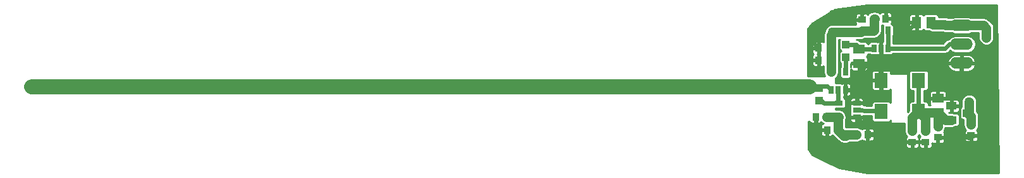
<source format=gtl>
G04 (created by PCBNEW (2013-02-14 BZR 3950)-testing) date Tuesday, 2013 April 23 20:25:30*
%MOIN*%
G04 Gerber Fmt 3.4, Leading zero omitted, Abs format*
%FSLAX34Y34*%
G01*
G70*
G90*
G04 APERTURE LIST*
%ADD10C,0.006*%
%ADD11O,0.12X0.06*%
%ADD12R,0.0708X0.0787*%
%ADD13R,0.0275X0.0393*%
%ADD14R,0.0393X0.0393*%
%ADD15R,0.0393X0.0275*%
%ADD16R,0.0354X0.0394*%
%ADD17R,0.0394X0.0354*%
%ADD18R,0.0512X0.059*%
%ADD19R,0.059X0.0512*%
%ADD20R,0.0551X0.0393*%
%ADD21C,0.036*%
%ADD22C,0.05*%
%ADD23C,0.05*%
%ADD24C,0.024*%
%ADD25C,0.079*%
%ADD26C,0.01*%
G04 APERTURE END LIST*
G54D10*
G54D11*
X76900Y-38150D03*
X76900Y-37150D03*
X76900Y-36150D03*
G54D12*
X74634Y-39074D03*
X72666Y-39074D03*
X72666Y-40726D03*
X74634Y-40726D03*
G54D13*
X70026Y-39572D03*
X70400Y-39572D03*
X70774Y-39572D03*
X70774Y-38628D03*
X70026Y-38628D03*
G54D14*
X69400Y-40134D03*
X69400Y-39466D03*
X70800Y-37834D03*
X70800Y-37166D03*
G54D15*
X71372Y-41024D03*
X71372Y-40650D03*
X71372Y-40276D03*
X70428Y-40276D03*
X70428Y-41024D03*
G54D13*
X72276Y-37372D03*
X72650Y-37372D03*
X73024Y-37372D03*
X73024Y-36428D03*
X72276Y-36428D03*
G54D16*
X69946Y-38000D03*
X69354Y-38000D03*
G54D17*
X74300Y-41754D03*
X74300Y-42346D03*
G54D16*
X71354Y-41950D03*
X71946Y-41950D03*
G54D17*
X71650Y-36446D03*
X71650Y-35854D03*
X75000Y-41754D03*
X75000Y-42346D03*
X75650Y-41504D03*
X75650Y-42096D03*
G54D16*
X69796Y-41000D03*
X69204Y-41000D03*
X70396Y-41700D03*
X69804Y-41700D03*
X72304Y-35800D03*
X72896Y-35800D03*
X69946Y-37350D03*
X69354Y-37350D03*
G54D17*
X77400Y-41404D03*
X77400Y-41996D03*
G54D18*
X75275Y-36000D03*
X74525Y-36000D03*
G54D19*
X75650Y-40775D03*
X75650Y-40025D03*
X71500Y-37425D03*
X71500Y-38175D03*
G54D20*
X76367Y-40426D03*
X76367Y-41174D03*
X77233Y-40800D03*
G54D21*
X72600Y-39800D03*
X69000Y-36700D03*
X69400Y-36200D03*
X70100Y-35500D03*
X71000Y-35400D03*
X71600Y-35300D03*
X72900Y-35300D03*
X73600Y-35400D03*
X74500Y-35300D03*
X75500Y-35300D03*
X76400Y-35300D03*
X73700Y-36800D03*
X74500Y-36800D03*
X75300Y-36800D03*
X76900Y-39000D03*
X76500Y-39700D03*
X75600Y-39100D03*
X75600Y-38200D03*
X74900Y-38100D03*
X73700Y-38100D03*
X76800Y-42000D03*
X72600Y-41900D03*
X73400Y-41900D03*
X69200Y-42200D03*
X69700Y-42400D03*
X70200Y-42600D03*
X69400Y-36700D03*
X69700Y-35900D03*
X69200Y-41700D03*
X73000Y-38300D03*
X72300Y-38300D03*
X71500Y-38900D03*
X71500Y-39600D03*
G54D22*
X78200Y-36800D03*
X77300Y-40200D03*
X76000Y-36100D03*
X70100Y-36500D03*
X70850Y-41950D03*
G54D23*
X74300Y-41754D02*
X74300Y-41060D01*
X74300Y-41060D02*
X74634Y-40726D01*
X75000Y-41754D02*
X75000Y-41092D01*
X75000Y-41092D02*
X74634Y-40726D01*
X75650Y-40775D02*
X75650Y-41504D01*
X75650Y-40775D02*
X74683Y-40775D01*
X74683Y-40775D02*
X74634Y-40726D01*
X76367Y-41174D02*
X76049Y-41174D01*
X76049Y-41174D02*
X75650Y-40775D01*
X75651Y-40774D02*
X75650Y-40775D01*
X74550Y-40810D02*
X74634Y-40726D01*
X74550Y-40810D02*
X74634Y-40726D01*
G54D24*
X74634Y-40820D02*
X74634Y-40726D01*
X74634Y-40726D02*
X74634Y-39074D01*
X74634Y-39074D02*
X74450Y-38890D01*
G54D23*
X74690Y-40726D02*
X74634Y-40726D01*
X74660Y-40700D02*
X74634Y-40726D01*
G54D24*
X74660Y-39100D02*
X74634Y-39074D01*
X74634Y-39074D02*
X74660Y-39100D01*
X74650Y-40742D02*
X74634Y-40726D01*
X73024Y-37372D02*
X76028Y-37372D01*
X76028Y-37372D02*
X76250Y-37150D01*
X76250Y-37150D02*
X76900Y-37150D01*
X73024Y-37372D02*
X73024Y-36428D01*
X69400Y-39366D02*
X69820Y-39366D01*
X69820Y-39366D02*
X70026Y-39572D01*
X69400Y-39366D02*
X69132Y-39366D01*
X69132Y-39366D02*
X69116Y-39350D01*
G54D25*
X27900Y-39400D02*
X68900Y-39400D01*
G54D24*
X72666Y-39074D02*
X72666Y-39734D01*
X72666Y-39734D02*
X72600Y-39800D01*
X69400Y-36700D02*
X69500Y-36300D01*
X69500Y-36300D02*
X69400Y-36200D01*
X71000Y-35400D02*
X70100Y-35500D01*
X72900Y-35300D02*
X71600Y-35300D01*
X74500Y-35300D02*
X73600Y-35400D01*
X76400Y-35300D02*
X75500Y-35300D01*
X74525Y-36000D02*
X74500Y-36000D01*
X74500Y-36000D02*
X73700Y-36800D01*
X74500Y-36800D02*
X75300Y-36800D01*
X76900Y-38150D02*
X76900Y-39000D01*
X76500Y-39700D02*
X76200Y-39700D01*
X76200Y-39700D02*
X75600Y-39100D01*
X75600Y-38200D02*
X75000Y-38200D01*
X75000Y-38200D02*
X74900Y-38100D01*
X77400Y-41996D02*
X77296Y-42100D01*
X77296Y-42100D02*
X76800Y-42000D01*
X71946Y-41950D02*
X71996Y-41900D01*
X71996Y-41900D02*
X72600Y-41900D01*
X69200Y-42200D02*
X70100Y-42600D01*
X70100Y-42600D02*
X69700Y-42400D01*
X69400Y-36700D02*
X69100Y-37096D01*
X69100Y-37096D02*
X69354Y-37350D01*
X69204Y-41000D02*
X69204Y-41696D01*
X69500Y-36100D02*
X69400Y-36700D01*
X69700Y-35900D02*
X69500Y-36100D01*
X69204Y-41696D02*
X69200Y-41700D01*
X72650Y-37372D02*
X72650Y-37950D01*
X72650Y-37950D02*
X72700Y-38000D01*
X71372Y-41024D02*
X71574Y-41274D01*
X71574Y-41274D02*
X71800Y-41500D01*
X72666Y-39074D02*
X72616Y-38316D01*
X72616Y-38316D02*
X72300Y-38300D01*
X70774Y-39572D02*
X71228Y-39572D01*
X71800Y-38300D02*
X72300Y-38300D01*
X71500Y-38900D02*
X71800Y-38300D01*
X71372Y-40276D02*
X71372Y-39728D01*
X71372Y-39728D02*
X71500Y-39600D01*
X71228Y-39572D02*
X71500Y-39600D01*
G54D23*
X77209Y-38091D02*
X77150Y-38150D01*
G54D24*
X70428Y-40276D02*
X69642Y-40276D01*
X69642Y-40276D02*
X69400Y-40034D01*
X70428Y-40276D02*
X70400Y-40248D01*
X70400Y-40248D02*
X70400Y-39572D01*
X70428Y-40276D02*
X70402Y-40250D01*
X71372Y-40650D02*
X72640Y-40700D01*
X72640Y-40700D02*
X72666Y-40726D01*
X72640Y-40700D02*
X72666Y-40726D01*
X70774Y-38628D02*
X70774Y-37860D01*
X70774Y-37860D02*
X70800Y-37834D01*
X71500Y-37425D02*
X72223Y-37425D01*
X72223Y-37425D02*
X72276Y-37372D01*
X70800Y-37166D02*
X71341Y-37166D01*
X71341Y-37166D02*
X71500Y-37325D01*
X71526Y-37299D02*
X71500Y-37325D01*
G54D23*
X76900Y-36150D02*
X78050Y-36150D01*
X78050Y-36150D02*
X78200Y-36300D01*
X78200Y-36300D02*
X78200Y-36800D01*
X77233Y-40800D02*
X77300Y-40733D01*
X77300Y-40733D02*
X77300Y-40200D01*
X75275Y-36000D02*
X75375Y-36100D01*
X75375Y-36100D02*
X76000Y-36100D01*
X76900Y-36150D02*
X76050Y-36150D01*
X76050Y-36150D02*
X76000Y-36100D01*
G54D24*
X76900Y-36150D02*
X76500Y-36100D01*
G54D23*
X70428Y-41024D02*
X69820Y-41024D01*
X69820Y-41024D02*
X69796Y-41000D01*
X70396Y-41700D02*
X70396Y-41056D01*
X70396Y-41056D02*
X70428Y-41024D01*
X70800Y-42000D02*
X70696Y-42000D01*
X70850Y-41950D02*
X70800Y-42000D01*
X70696Y-42000D02*
X70396Y-41700D01*
X77233Y-40800D02*
X77400Y-40967D01*
X77400Y-40967D02*
X77400Y-41404D01*
X71650Y-36446D02*
X71596Y-36500D01*
X71596Y-36500D02*
X70100Y-36500D01*
X72276Y-36428D02*
X72276Y-35828D01*
X72276Y-35828D02*
X72304Y-35800D01*
X71650Y-36446D02*
X72258Y-36446D01*
X72258Y-36446D02*
X72276Y-36428D01*
X71354Y-41950D02*
X70850Y-41950D01*
G54D24*
X69946Y-38000D02*
X70026Y-38080D01*
X70026Y-38080D02*
X70026Y-38628D01*
X69946Y-37350D02*
X69946Y-38000D01*
G54D23*
X70026Y-36674D02*
X70026Y-36700D01*
X70026Y-36700D02*
X70026Y-38628D01*
G54D24*
X69900Y-37934D02*
X70026Y-38060D01*
G54D10*
G36*
X78848Y-43971D02*
X78600Y-43971D01*
X78600Y-36880D01*
X78600Y-36800D01*
X78600Y-36721D01*
X78600Y-36300D01*
X78570Y-36147D01*
X78570Y-36146D01*
X78483Y-36017D01*
X78333Y-35867D01*
X78203Y-35780D01*
X78050Y-35750D01*
X77409Y-35750D01*
X77386Y-35734D01*
X77214Y-35700D01*
X76586Y-35700D01*
X76414Y-35734D01*
X76390Y-35750D01*
X76200Y-35750D01*
X76154Y-35730D01*
X76153Y-35730D01*
X76151Y-35729D01*
X76080Y-35700D01*
X76000Y-35700D01*
X75921Y-35700D01*
X75680Y-35700D01*
X75680Y-35675D01*
X75657Y-35620D01*
X75615Y-35578D01*
X75560Y-35556D01*
X75501Y-35556D01*
X74989Y-35556D01*
X74934Y-35579D01*
X74900Y-35613D01*
X74866Y-35579D01*
X74811Y-35556D01*
X74612Y-35555D01*
X74575Y-35592D01*
X74575Y-35950D01*
X74582Y-35950D01*
X74582Y-36050D01*
X74575Y-36050D01*
X74575Y-36408D01*
X74612Y-36445D01*
X74811Y-36444D01*
X74866Y-36421D01*
X74900Y-36387D01*
X74935Y-36422D01*
X74990Y-36444D01*
X75049Y-36444D01*
X75182Y-36444D01*
X75183Y-36444D01*
X75221Y-36470D01*
X75222Y-36470D01*
X75375Y-36500D01*
X75867Y-36500D01*
X75896Y-36519D01*
X75897Y-36520D01*
X76019Y-36543D01*
X76049Y-36550D01*
X76049Y-36549D01*
X76050Y-36550D01*
X76390Y-36550D01*
X76414Y-36566D01*
X76586Y-36600D01*
X77214Y-36600D01*
X77386Y-36566D01*
X77409Y-36550D01*
X77800Y-36550D01*
X77800Y-36720D01*
X77800Y-36800D01*
X77800Y-36879D01*
X77829Y-36949D01*
X77830Y-36953D01*
X77831Y-36955D01*
X77861Y-37026D01*
X77915Y-37081D01*
X77917Y-37083D01*
X77918Y-37083D01*
X77973Y-37139D01*
X78045Y-37169D01*
X78047Y-37170D01*
X78048Y-37170D01*
X78120Y-37200D01*
X78200Y-37200D01*
X78279Y-37200D01*
X78349Y-37170D01*
X78353Y-37170D01*
X78355Y-37168D01*
X78426Y-37139D01*
X78481Y-37084D01*
X78483Y-37083D01*
X78483Y-37081D01*
X78539Y-37027D01*
X78569Y-36954D01*
X78570Y-36953D01*
X78570Y-36951D01*
X78600Y-36880D01*
X78600Y-43971D01*
X77800Y-43971D01*
X77800Y-41404D01*
X77800Y-40967D01*
X77770Y-40814D01*
X77770Y-40813D01*
X77700Y-40709D01*
X77700Y-40280D01*
X77700Y-40200D01*
X77700Y-40121D01*
X77670Y-40050D01*
X77670Y-40047D01*
X77668Y-40044D01*
X77639Y-39974D01*
X77634Y-39968D01*
X77634Y-38269D01*
X77634Y-38031D01*
X77553Y-37867D01*
X77418Y-37753D01*
X77250Y-37700D01*
X76950Y-37700D01*
X76950Y-38100D01*
X77609Y-38100D01*
X77634Y-38031D01*
X77634Y-38269D01*
X77609Y-38200D01*
X76950Y-38200D01*
X76950Y-38600D01*
X77250Y-38600D01*
X77418Y-38547D01*
X77553Y-38433D01*
X77634Y-38269D01*
X77634Y-39968D01*
X77584Y-39918D01*
X77583Y-39917D01*
X77581Y-39916D01*
X77527Y-39861D01*
X77454Y-39830D01*
X77453Y-39830D01*
X77451Y-39829D01*
X77380Y-39800D01*
X77300Y-39800D01*
X77221Y-39800D01*
X77150Y-39829D01*
X77147Y-39830D01*
X77144Y-39831D01*
X77074Y-39861D01*
X77018Y-39915D01*
X77017Y-39917D01*
X77016Y-39918D01*
X76961Y-39973D01*
X76930Y-40045D01*
X76930Y-40047D01*
X76929Y-40048D01*
X76900Y-40120D01*
X76900Y-40200D01*
X76900Y-40279D01*
X76900Y-40466D01*
X76873Y-40478D01*
X76850Y-40501D01*
X76850Y-38600D01*
X76850Y-38200D01*
X76850Y-38100D01*
X76850Y-37700D01*
X76550Y-37700D01*
X76382Y-37753D01*
X76247Y-37867D01*
X76166Y-38031D01*
X76191Y-38100D01*
X76850Y-38100D01*
X76850Y-38200D01*
X76191Y-38200D01*
X76166Y-38269D01*
X76247Y-38433D01*
X76382Y-38547D01*
X76550Y-38600D01*
X76850Y-38600D01*
X76850Y-40501D01*
X76831Y-40520D01*
X76809Y-40575D01*
X76809Y-40634D01*
X76809Y-41026D01*
X76832Y-41081D01*
X76874Y-41123D01*
X76929Y-41145D01*
X76988Y-41145D01*
X77000Y-41145D01*
X77000Y-41404D01*
X77030Y-41557D01*
X77054Y-41592D01*
X77054Y-41611D01*
X77077Y-41666D01*
X77111Y-41700D01*
X77077Y-41734D01*
X77054Y-41789D01*
X77053Y-41909D01*
X77090Y-41946D01*
X77350Y-41946D01*
X77350Y-41939D01*
X77450Y-41939D01*
X77450Y-41946D01*
X77710Y-41946D01*
X77747Y-41909D01*
X77746Y-41789D01*
X77723Y-41734D01*
X77689Y-41700D01*
X77724Y-41665D01*
X77746Y-41610D01*
X77746Y-41592D01*
X77770Y-41557D01*
X77800Y-41404D01*
X77800Y-43971D01*
X77747Y-43971D01*
X77747Y-42083D01*
X77710Y-42046D01*
X77450Y-42046D01*
X77450Y-42286D01*
X77487Y-42323D01*
X77567Y-42322D01*
X77626Y-42322D01*
X77681Y-42300D01*
X77723Y-42258D01*
X77746Y-42203D01*
X77747Y-42083D01*
X77747Y-43971D01*
X77350Y-43971D01*
X77350Y-42286D01*
X77350Y-42046D01*
X77090Y-42046D01*
X77053Y-42083D01*
X77054Y-42203D01*
X77077Y-42258D01*
X77119Y-42300D01*
X77174Y-42322D01*
X77233Y-42322D01*
X77313Y-42323D01*
X77350Y-42286D01*
X77350Y-43971D01*
X76792Y-43971D01*
X76792Y-40513D01*
X76792Y-40339D01*
X76791Y-40200D01*
X76768Y-40145D01*
X76726Y-40103D01*
X76671Y-40081D01*
X76612Y-40081D01*
X76454Y-40080D01*
X76417Y-40117D01*
X76417Y-40376D01*
X76755Y-40376D01*
X76792Y-40339D01*
X76792Y-40513D01*
X76755Y-40476D01*
X76417Y-40476D01*
X76417Y-40735D01*
X76454Y-40772D01*
X76612Y-40771D01*
X76671Y-40771D01*
X76726Y-40749D01*
X76768Y-40707D01*
X76791Y-40652D01*
X76792Y-40513D01*
X76792Y-43971D01*
X76791Y-43971D01*
X76791Y-41399D01*
X76791Y-41340D01*
X76791Y-40948D01*
X76768Y-40893D01*
X76726Y-40851D01*
X76671Y-40829D01*
X76612Y-40829D01*
X76557Y-40829D01*
X76520Y-40804D01*
X76367Y-40774D01*
X76215Y-40774D01*
X76212Y-40771D01*
X76280Y-40772D01*
X76317Y-40735D01*
X76317Y-40476D01*
X76310Y-40476D01*
X76310Y-40376D01*
X76317Y-40376D01*
X76317Y-40117D01*
X76280Y-40080D01*
X76122Y-40081D01*
X76095Y-40081D01*
X76095Y-39938D01*
X76094Y-39739D01*
X76071Y-39684D01*
X76029Y-39642D01*
X75974Y-39620D01*
X75915Y-39620D01*
X75737Y-39619D01*
X75700Y-39656D01*
X75700Y-39975D01*
X76058Y-39975D01*
X76095Y-39938D01*
X76095Y-40081D01*
X76064Y-40081D01*
X76058Y-40075D01*
X75700Y-40075D01*
X75700Y-40082D01*
X75600Y-40082D01*
X75600Y-40075D01*
X75600Y-39975D01*
X75600Y-39656D01*
X75563Y-39619D01*
X75385Y-39620D01*
X75326Y-39620D01*
X75271Y-39642D01*
X75229Y-39684D01*
X75206Y-39739D01*
X75205Y-39938D01*
X75242Y-39975D01*
X75600Y-39975D01*
X75600Y-40075D01*
X75242Y-40075D01*
X75205Y-40112D01*
X75206Y-40311D01*
X75229Y-40366D01*
X75238Y-40375D01*
X75137Y-40375D01*
X75137Y-40303D01*
X75114Y-40248D01*
X75072Y-40206D01*
X75017Y-40184D01*
X74958Y-40184D01*
X74904Y-40184D01*
X74904Y-39616D01*
X75018Y-39616D01*
X75073Y-39593D01*
X75115Y-39551D01*
X75137Y-39496D01*
X75137Y-39437D01*
X75137Y-38651D01*
X75114Y-38596D01*
X75072Y-38554D01*
X75017Y-38532D01*
X74958Y-38532D01*
X74250Y-38532D01*
X74195Y-38555D01*
X74153Y-38597D01*
X74131Y-38652D01*
X74131Y-38711D01*
X74131Y-39497D01*
X74154Y-39552D01*
X74196Y-39594D01*
X74251Y-39616D01*
X74310Y-39616D01*
X74364Y-39616D01*
X74364Y-40184D01*
X74250Y-40184D01*
X74195Y-40207D01*
X74153Y-40249D01*
X74131Y-40304D01*
X74131Y-40363D01*
X74131Y-40663D01*
X74050Y-40744D01*
X74050Y-38700D01*
X73169Y-38700D01*
X73169Y-38652D01*
X73147Y-38597D01*
X73105Y-38555D01*
X73050Y-38532D01*
X72753Y-38531D01*
X72716Y-38568D01*
X72716Y-39024D01*
X72723Y-39024D01*
X72723Y-39124D01*
X72716Y-39124D01*
X72716Y-39580D01*
X72753Y-39617D01*
X73050Y-39616D01*
X73105Y-39593D01*
X73147Y-39551D01*
X73150Y-39543D01*
X73150Y-40257D01*
X73146Y-40248D01*
X73104Y-40206D01*
X73049Y-40184D01*
X72990Y-40184D01*
X72616Y-40184D01*
X72616Y-39580D01*
X72616Y-39124D01*
X72616Y-39024D01*
X72616Y-38568D01*
X72579Y-38531D01*
X72282Y-38532D01*
X72227Y-38555D01*
X72185Y-38597D01*
X72163Y-38652D01*
X72163Y-38711D01*
X72162Y-38987D01*
X72199Y-39024D01*
X72616Y-39024D01*
X72616Y-39124D01*
X72199Y-39124D01*
X72162Y-39161D01*
X72163Y-39437D01*
X72163Y-39496D01*
X72185Y-39551D01*
X72227Y-39593D01*
X72282Y-39616D01*
X72579Y-39617D01*
X72616Y-39580D01*
X72616Y-40184D01*
X72282Y-40184D01*
X72227Y-40207D01*
X72185Y-40249D01*
X72163Y-40304D01*
X72163Y-40363D01*
X72163Y-40411D01*
X71945Y-40402D01*
X71945Y-38262D01*
X71908Y-38225D01*
X71550Y-38225D01*
X71550Y-38544D01*
X71587Y-38581D01*
X71765Y-38580D01*
X71824Y-38580D01*
X71879Y-38558D01*
X71921Y-38516D01*
X71944Y-38461D01*
X71945Y-38262D01*
X71945Y-40402D01*
X71717Y-40393D01*
X71718Y-40363D01*
X71718Y-40189D01*
X71717Y-40109D01*
X71694Y-40054D01*
X71652Y-40012D01*
X71597Y-39990D01*
X71538Y-39990D01*
X71459Y-39989D01*
X71422Y-40026D01*
X71422Y-40226D01*
X71681Y-40226D01*
X71718Y-40189D01*
X71718Y-40363D01*
X71681Y-40326D01*
X71422Y-40326D01*
X71422Y-40333D01*
X71322Y-40333D01*
X71322Y-40326D01*
X71322Y-40226D01*
X71322Y-40026D01*
X71285Y-39989D01*
X71206Y-39990D01*
X71147Y-39990D01*
X71092Y-40012D01*
X71061Y-40043D01*
X71061Y-39659D01*
X71061Y-39485D01*
X71060Y-39406D01*
X71060Y-39347D01*
X71038Y-39292D01*
X70996Y-39250D01*
X70941Y-39227D01*
X70861Y-39226D01*
X70824Y-39263D01*
X70824Y-39522D01*
X71024Y-39522D01*
X71061Y-39485D01*
X71061Y-39659D01*
X71024Y-39622D01*
X70824Y-39622D01*
X70824Y-39881D01*
X70861Y-39918D01*
X70941Y-39917D01*
X70996Y-39894D01*
X71038Y-39852D01*
X71060Y-39797D01*
X71060Y-39738D01*
X71061Y-39659D01*
X71061Y-40043D01*
X71050Y-40054D01*
X71027Y-40109D01*
X71026Y-40189D01*
X71063Y-40226D01*
X71322Y-40226D01*
X71322Y-40326D01*
X71063Y-40326D01*
X71026Y-40363D01*
X71027Y-40443D01*
X71035Y-40463D01*
X71027Y-40484D01*
X71027Y-40543D01*
X71027Y-40817D01*
X71035Y-40837D01*
X71027Y-40857D01*
X71026Y-40937D01*
X71063Y-40974D01*
X71322Y-40974D01*
X71322Y-40967D01*
X71422Y-40967D01*
X71422Y-40974D01*
X71681Y-40974D01*
X71718Y-40937D01*
X71717Y-40934D01*
X72163Y-40952D01*
X72163Y-41149D01*
X72186Y-41204D01*
X72228Y-41246D01*
X72283Y-41268D01*
X72342Y-41268D01*
X73050Y-41268D01*
X73105Y-41245D01*
X73147Y-41203D01*
X73150Y-41195D01*
X73150Y-41350D01*
X73900Y-41350D01*
X73900Y-41754D01*
X73930Y-41907D01*
X73954Y-41942D01*
X73954Y-41961D01*
X73977Y-42016D01*
X74011Y-42050D01*
X73977Y-42084D01*
X73954Y-42139D01*
X73953Y-42259D01*
X73990Y-42296D01*
X74250Y-42296D01*
X74250Y-42289D01*
X74350Y-42289D01*
X74350Y-42296D01*
X74610Y-42296D01*
X74647Y-42259D01*
X74646Y-42139D01*
X74623Y-42084D01*
X74589Y-42050D01*
X74624Y-42015D01*
X74646Y-41960D01*
X74646Y-41942D01*
X74650Y-41936D01*
X74654Y-41942D01*
X74654Y-41961D01*
X74677Y-42016D01*
X74711Y-42050D01*
X74677Y-42084D01*
X74654Y-42139D01*
X74653Y-42259D01*
X74690Y-42296D01*
X74950Y-42296D01*
X74950Y-42289D01*
X75050Y-42289D01*
X75050Y-42296D01*
X75057Y-42296D01*
X75057Y-42396D01*
X75050Y-42396D01*
X75050Y-42636D01*
X75087Y-42673D01*
X75167Y-42672D01*
X75226Y-42672D01*
X75281Y-42650D01*
X75323Y-42608D01*
X75346Y-42553D01*
X75347Y-42433D01*
X75312Y-42398D01*
X75347Y-42398D01*
X75347Y-42378D01*
X75369Y-42400D01*
X75424Y-42422D01*
X75483Y-42422D01*
X75563Y-42423D01*
X75600Y-42386D01*
X75600Y-42146D01*
X75593Y-42146D01*
X75593Y-42046D01*
X75600Y-42046D01*
X75600Y-42039D01*
X75700Y-42039D01*
X75700Y-42046D01*
X75960Y-42046D01*
X75997Y-42009D01*
X75996Y-41889D01*
X75973Y-41834D01*
X75939Y-41800D01*
X75974Y-41765D01*
X75996Y-41710D01*
X75996Y-41692D01*
X76020Y-41657D01*
X76036Y-41571D01*
X76049Y-41574D01*
X76367Y-41574D01*
X76520Y-41544D01*
X76557Y-41519D01*
X76672Y-41519D01*
X76727Y-41496D01*
X76769Y-41454D01*
X76791Y-41399D01*
X76791Y-43971D01*
X75997Y-43971D01*
X75997Y-42183D01*
X75960Y-42146D01*
X75700Y-42146D01*
X75700Y-42386D01*
X75737Y-42423D01*
X75817Y-42422D01*
X75876Y-42422D01*
X75931Y-42400D01*
X75973Y-42358D01*
X75996Y-42303D01*
X75997Y-42183D01*
X75997Y-43971D01*
X75347Y-43971D01*
X74950Y-43971D01*
X74950Y-42636D01*
X74950Y-42396D01*
X74690Y-42396D01*
X74653Y-42433D01*
X74654Y-42553D01*
X74677Y-42608D01*
X74719Y-42650D01*
X74774Y-42672D01*
X74833Y-42672D01*
X74913Y-42673D01*
X74950Y-42636D01*
X74950Y-43971D01*
X74647Y-43971D01*
X74647Y-42433D01*
X74610Y-42396D01*
X74350Y-42396D01*
X74350Y-42636D01*
X74387Y-42673D01*
X74467Y-42672D01*
X74526Y-42672D01*
X74581Y-42650D01*
X74623Y-42608D01*
X74646Y-42553D01*
X74647Y-42433D01*
X74647Y-43971D01*
X74250Y-43971D01*
X74250Y-42636D01*
X74250Y-42396D01*
X73990Y-42396D01*
X73953Y-42433D01*
X73954Y-42553D01*
X73977Y-42608D01*
X74019Y-42650D01*
X74074Y-42672D01*
X74133Y-42672D01*
X74213Y-42673D01*
X74250Y-42636D01*
X74250Y-43971D01*
X72273Y-43971D01*
X72273Y-42037D01*
X72273Y-41863D01*
X72272Y-41783D01*
X72272Y-41724D01*
X72250Y-41669D01*
X72208Y-41627D01*
X72153Y-41604D01*
X72033Y-41603D01*
X71996Y-41640D01*
X71996Y-41900D01*
X72236Y-41900D01*
X72273Y-41863D01*
X72273Y-42037D01*
X72236Y-42000D01*
X71996Y-42000D01*
X71996Y-42260D01*
X72033Y-42297D01*
X72153Y-42296D01*
X72208Y-42273D01*
X72250Y-42231D01*
X72272Y-42176D01*
X72272Y-42117D01*
X72273Y-42037D01*
X72273Y-43971D01*
X71911Y-43971D01*
X70451Y-43726D01*
X69754Y-43377D01*
X69754Y-42010D01*
X69754Y-41750D01*
X69514Y-41750D01*
X69477Y-41787D01*
X69478Y-41867D01*
X69478Y-41926D01*
X69500Y-41981D01*
X69542Y-42023D01*
X69597Y-42046D01*
X69717Y-42047D01*
X69754Y-42010D01*
X69754Y-43377D01*
X69023Y-43011D01*
X68834Y-42728D01*
X68820Y-41250D01*
X68887Y-41250D01*
X68900Y-41281D01*
X68942Y-41323D01*
X68997Y-41346D01*
X69117Y-41347D01*
X69154Y-41310D01*
X69154Y-41250D01*
X69254Y-41250D01*
X69254Y-41310D01*
X69291Y-41347D01*
X69411Y-41346D01*
X69466Y-41323D01*
X69500Y-41289D01*
X69535Y-41324D01*
X69590Y-41346D01*
X69595Y-41346D01*
X69607Y-41353D01*
X69597Y-41354D01*
X69542Y-41377D01*
X69500Y-41419D01*
X69478Y-41474D01*
X69478Y-41533D01*
X69477Y-41613D01*
X69514Y-41650D01*
X69754Y-41650D01*
X69754Y-41643D01*
X69854Y-41643D01*
X69854Y-41650D01*
X69861Y-41650D01*
X69861Y-41750D01*
X69854Y-41750D01*
X69854Y-42010D01*
X69891Y-42047D01*
X70011Y-42046D01*
X70066Y-42023D01*
X70100Y-41989D01*
X70135Y-42024D01*
X70166Y-42036D01*
X70413Y-42283D01*
X70542Y-42370D01*
X70543Y-42370D01*
X70696Y-42400D01*
X70800Y-42400D01*
X70953Y-42370D01*
X70982Y-42350D01*
X71354Y-42350D01*
X71507Y-42320D01*
X71542Y-42296D01*
X71561Y-42296D01*
X71616Y-42273D01*
X71650Y-42239D01*
X71684Y-42273D01*
X71739Y-42296D01*
X71859Y-42297D01*
X71896Y-42260D01*
X71896Y-42000D01*
X71889Y-42000D01*
X71889Y-41900D01*
X71896Y-41900D01*
X71896Y-41640D01*
X71859Y-41603D01*
X71739Y-41604D01*
X71718Y-41612D01*
X71718Y-41111D01*
X71681Y-41074D01*
X71422Y-41074D01*
X71422Y-41274D01*
X71459Y-41311D01*
X71538Y-41310D01*
X71597Y-41310D01*
X71652Y-41288D01*
X71694Y-41246D01*
X71717Y-41191D01*
X71718Y-41111D01*
X71718Y-41612D01*
X71684Y-41627D01*
X71650Y-41661D01*
X71615Y-41626D01*
X71560Y-41604D01*
X71542Y-41604D01*
X71507Y-41580D01*
X71354Y-41550D01*
X71322Y-41550D01*
X71322Y-41274D01*
X71322Y-41074D01*
X71063Y-41074D01*
X71026Y-41111D01*
X71027Y-41191D01*
X71050Y-41246D01*
X71092Y-41288D01*
X71147Y-41310D01*
X71206Y-41310D01*
X71285Y-41311D01*
X71322Y-41274D01*
X71322Y-41550D01*
X70930Y-41550D01*
X70850Y-41550D01*
X70849Y-41550D01*
X70812Y-41550D01*
X70796Y-41534D01*
X70796Y-41180D01*
X70796Y-41179D01*
X70798Y-41178D01*
X70798Y-41177D01*
X70828Y-41024D01*
X70798Y-40871D01*
X70711Y-40741D01*
X70581Y-40654D01*
X70428Y-40624D01*
X70250Y-40624D01*
X70250Y-40562D01*
X70262Y-40562D01*
X70654Y-40562D01*
X70709Y-40539D01*
X70751Y-40497D01*
X70773Y-40442D01*
X70773Y-40383D01*
X70773Y-40109D01*
X70750Y-40054D01*
X70708Y-40012D01*
X70670Y-39996D01*
X70670Y-39917D01*
X70687Y-39918D01*
X70724Y-39881D01*
X70724Y-39622D01*
X70717Y-39622D01*
X70717Y-39522D01*
X70724Y-39522D01*
X70724Y-39263D01*
X70687Y-39226D01*
X70607Y-39227D01*
X70586Y-39235D01*
X70566Y-39227D01*
X70507Y-39227D01*
X70250Y-39227D01*
X70250Y-38950D01*
X70309Y-38911D01*
X70396Y-38781D01*
X70426Y-38628D01*
X70426Y-36900D01*
X70471Y-36900D01*
X70455Y-36941D01*
X70455Y-37000D01*
X70455Y-37392D01*
X70478Y-37447D01*
X70520Y-37489D01*
X70547Y-37500D01*
X70519Y-37512D01*
X70477Y-37554D01*
X70455Y-37609D01*
X70455Y-37668D01*
X70455Y-38060D01*
X70478Y-38115D01*
X70504Y-38141D01*
X70504Y-38363D01*
X70488Y-38403D01*
X70488Y-38462D01*
X70488Y-38854D01*
X70511Y-38909D01*
X70553Y-38951D01*
X70608Y-38973D01*
X70667Y-38973D01*
X70941Y-38973D01*
X70996Y-38950D01*
X71038Y-38908D01*
X71060Y-38853D01*
X71060Y-38794D01*
X71060Y-38470D01*
X71079Y-38516D01*
X71121Y-38558D01*
X71176Y-38580D01*
X71235Y-38580D01*
X71413Y-38581D01*
X71450Y-38544D01*
X71450Y-38225D01*
X71092Y-38225D01*
X71055Y-38262D01*
X71055Y-38391D01*
X71044Y-38363D01*
X71044Y-38171D01*
X71081Y-38156D01*
X71112Y-38125D01*
X71450Y-38125D01*
X71450Y-38118D01*
X71550Y-38118D01*
X71550Y-38125D01*
X71908Y-38125D01*
X71945Y-38088D01*
X71944Y-37889D01*
X71921Y-37834D01*
X71887Y-37800D01*
X71922Y-37765D01*
X71944Y-37710D01*
X71944Y-37695D01*
X72055Y-37695D01*
X72110Y-37717D01*
X72169Y-37717D01*
X72443Y-37717D01*
X72463Y-37708D01*
X72483Y-37717D01*
X72563Y-37718D01*
X72600Y-37681D01*
X72600Y-37422D01*
X72593Y-37422D01*
X72593Y-37322D01*
X72600Y-37322D01*
X72600Y-37063D01*
X72563Y-37026D01*
X72483Y-37027D01*
X72462Y-37035D01*
X72442Y-37027D01*
X72383Y-37027D01*
X72109Y-37027D01*
X72054Y-37050D01*
X72012Y-37092D01*
X71990Y-37147D01*
X71990Y-37155D01*
X71944Y-37155D01*
X71944Y-37139D01*
X71921Y-37084D01*
X71879Y-37042D01*
X71824Y-37020D01*
X71765Y-37020D01*
X71577Y-37020D01*
X71532Y-36975D01*
X71444Y-36917D01*
X71360Y-36900D01*
X71596Y-36900D01*
X71749Y-36870D01*
X71784Y-36846D01*
X72258Y-36846D01*
X72411Y-36816D01*
X72541Y-36729D01*
X72559Y-36711D01*
X72645Y-36582D01*
X72646Y-36581D01*
X72676Y-36428D01*
X72676Y-36140D01*
X72689Y-36146D01*
X72761Y-36146D01*
X72760Y-36148D01*
X72738Y-36203D01*
X72738Y-36262D01*
X72738Y-36654D01*
X72754Y-36692D01*
X72754Y-37026D01*
X72737Y-37026D01*
X72700Y-37063D01*
X72700Y-37322D01*
X72707Y-37322D01*
X72707Y-37422D01*
X72700Y-37422D01*
X72700Y-37681D01*
X72737Y-37718D01*
X72817Y-37717D01*
X72837Y-37708D01*
X72858Y-37717D01*
X72917Y-37717D01*
X73191Y-37717D01*
X73246Y-37694D01*
X73288Y-37652D01*
X73292Y-37642D01*
X76028Y-37642D01*
X76131Y-37621D01*
X76219Y-37563D01*
X76295Y-37486D01*
X76414Y-37566D01*
X76586Y-37600D01*
X77214Y-37600D01*
X77386Y-37566D01*
X77532Y-37468D01*
X77630Y-37322D01*
X77664Y-37150D01*
X77630Y-36978D01*
X77532Y-36832D01*
X77386Y-36734D01*
X77214Y-36700D01*
X76586Y-36700D01*
X76414Y-36734D01*
X76268Y-36832D01*
X76233Y-36883D01*
X76147Y-36901D01*
X76059Y-36959D01*
X76058Y-36959D01*
X76058Y-36960D01*
X75916Y-37102D01*
X74475Y-37102D01*
X74475Y-36408D01*
X74475Y-36050D01*
X74475Y-35950D01*
X74475Y-35592D01*
X74438Y-35555D01*
X74239Y-35556D01*
X74184Y-35579D01*
X74142Y-35621D01*
X74120Y-35676D01*
X74120Y-35735D01*
X74119Y-35913D01*
X74156Y-35950D01*
X74475Y-35950D01*
X74475Y-36050D01*
X74156Y-36050D01*
X74119Y-36087D01*
X74120Y-36265D01*
X74120Y-36324D01*
X74142Y-36379D01*
X74184Y-36421D01*
X74239Y-36444D01*
X74438Y-36445D01*
X74475Y-36408D01*
X74475Y-37102D01*
X73294Y-37102D01*
X73294Y-36693D01*
X73310Y-36653D01*
X73310Y-36594D01*
X73310Y-36202D01*
X73287Y-36147D01*
X73245Y-36105D01*
X73195Y-36085D01*
X73200Y-36081D01*
X73222Y-36026D01*
X73222Y-35967D01*
X73223Y-35887D01*
X73223Y-35713D01*
X73222Y-35633D01*
X73222Y-35574D01*
X73200Y-35519D01*
X73158Y-35477D01*
X73103Y-35454D01*
X72983Y-35453D01*
X72946Y-35490D01*
X72946Y-35750D01*
X73186Y-35750D01*
X73223Y-35713D01*
X73223Y-35887D01*
X73186Y-35850D01*
X72946Y-35850D01*
X72946Y-35857D01*
X72846Y-35857D01*
X72846Y-35850D01*
X72839Y-35850D01*
X72839Y-35750D01*
X72846Y-35750D01*
X72846Y-35490D01*
X72809Y-35453D01*
X72689Y-35454D01*
X72634Y-35477D01*
X72600Y-35511D01*
X72565Y-35476D01*
X72510Y-35454D01*
X72491Y-35454D01*
X72457Y-35431D01*
X72304Y-35400D01*
X72150Y-35431D01*
X72115Y-35454D01*
X72097Y-35454D01*
X72042Y-35477D01*
X72000Y-35519D01*
X71984Y-35557D01*
X71966Y-35585D01*
X71931Y-35550D01*
X71876Y-35528D01*
X71817Y-35528D01*
X71737Y-35527D01*
X71700Y-35564D01*
X71700Y-35804D01*
X71707Y-35804D01*
X71707Y-35904D01*
X71700Y-35904D01*
X71700Y-35911D01*
X71600Y-35911D01*
X71600Y-35904D01*
X71600Y-35804D01*
X71600Y-35564D01*
X71563Y-35527D01*
X71483Y-35528D01*
X71424Y-35528D01*
X71369Y-35550D01*
X71327Y-35592D01*
X71304Y-35647D01*
X71303Y-35767D01*
X71340Y-35804D01*
X71600Y-35804D01*
X71600Y-35904D01*
X71340Y-35904D01*
X71303Y-35941D01*
X71304Y-36061D01*
X71320Y-36100D01*
X70180Y-36100D01*
X70100Y-36100D01*
X70021Y-36100D01*
X69950Y-36129D01*
X69947Y-36130D01*
X69944Y-36131D01*
X69874Y-36161D01*
X69818Y-36215D01*
X69817Y-36217D01*
X69816Y-36218D01*
X69761Y-36273D01*
X69730Y-36345D01*
X69730Y-36347D01*
X69729Y-36348D01*
X69700Y-36420D01*
X69700Y-36455D01*
X69656Y-36521D01*
X69626Y-36674D01*
X69626Y-36700D01*
X69626Y-37037D01*
X69616Y-37027D01*
X69561Y-37004D01*
X69441Y-37003D01*
X69404Y-37040D01*
X69404Y-37300D01*
X69411Y-37300D01*
X69411Y-37400D01*
X69404Y-37400D01*
X69404Y-37660D01*
X69419Y-37675D01*
X69404Y-37690D01*
X69404Y-37950D01*
X69411Y-37950D01*
X69411Y-38050D01*
X69404Y-38050D01*
X69404Y-38310D01*
X69441Y-38347D01*
X69561Y-38346D01*
X69616Y-38323D01*
X69626Y-38313D01*
X69626Y-38628D01*
X69656Y-38781D01*
X69702Y-38850D01*
X69304Y-38850D01*
X69304Y-38310D01*
X69304Y-38050D01*
X69304Y-37950D01*
X69304Y-37690D01*
X69289Y-37675D01*
X69304Y-37660D01*
X69304Y-37400D01*
X69304Y-37300D01*
X69304Y-37040D01*
X69267Y-37003D01*
X69147Y-37004D01*
X69092Y-37027D01*
X69050Y-37069D01*
X69028Y-37124D01*
X69028Y-37183D01*
X69027Y-37263D01*
X69064Y-37300D01*
X69304Y-37300D01*
X69304Y-37400D01*
X69064Y-37400D01*
X69027Y-37437D01*
X69028Y-37517D01*
X69028Y-37576D01*
X69050Y-37631D01*
X69092Y-37673D01*
X69096Y-37675D01*
X69092Y-37677D01*
X69050Y-37719D01*
X69028Y-37774D01*
X69028Y-37833D01*
X69027Y-37913D01*
X69064Y-37950D01*
X69304Y-37950D01*
X69304Y-38050D01*
X69064Y-38050D01*
X69027Y-38087D01*
X69028Y-38167D01*
X69028Y-38226D01*
X69050Y-38281D01*
X69092Y-38323D01*
X69147Y-38346D01*
X69267Y-38347D01*
X69304Y-38310D01*
X69304Y-38850D01*
X68796Y-38850D01*
X68770Y-36348D01*
X69022Y-36034D01*
X70209Y-35322D01*
X71917Y-35079D01*
X78759Y-35079D01*
X78848Y-43971D01*
X78848Y-43971D01*
G37*
G54D26*
X78848Y-43971D02*
X78600Y-43971D01*
X78600Y-36880D01*
X78600Y-36800D01*
X78600Y-36721D01*
X78600Y-36300D01*
X78570Y-36147D01*
X78570Y-36146D01*
X78483Y-36017D01*
X78333Y-35867D01*
X78203Y-35780D01*
X78050Y-35750D01*
X77409Y-35750D01*
X77386Y-35734D01*
X77214Y-35700D01*
X76586Y-35700D01*
X76414Y-35734D01*
X76390Y-35750D01*
X76200Y-35750D01*
X76154Y-35730D01*
X76153Y-35730D01*
X76151Y-35729D01*
X76080Y-35700D01*
X76000Y-35700D01*
X75921Y-35700D01*
X75680Y-35700D01*
X75680Y-35675D01*
X75657Y-35620D01*
X75615Y-35578D01*
X75560Y-35556D01*
X75501Y-35556D01*
X74989Y-35556D01*
X74934Y-35579D01*
X74900Y-35613D01*
X74866Y-35579D01*
X74811Y-35556D01*
X74612Y-35555D01*
X74575Y-35592D01*
X74575Y-35950D01*
X74582Y-35950D01*
X74582Y-36050D01*
X74575Y-36050D01*
X74575Y-36408D01*
X74612Y-36445D01*
X74811Y-36444D01*
X74866Y-36421D01*
X74900Y-36387D01*
X74935Y-36422D01*
X74990Y-36444D01*
X75049Y-36444D01*
X75182Y-36444D01*
X75183Y-36444D01*
X75221Y-36470D01*
X75222Y-36470D01*
X75375Y-36500D01*
X75867Y-36500D01*
X75896Y-36519D01*
X75897Y-36520D01*
X76019Y-36543D01*
X76049Y-36550D01*
X76049Y-36549D01*
X76050Y-36550D01*
X76390Y-36550D01*
X76414Y-36566D01*
X76586Y-36600D01*
X77214Y-36600D01*
X77386Y-36566D01*
X77409Y-36550D01*
X77800Y-36550D01*
X77800Y-36720D01*
X77800Y-36800D01*
X77800Y-36879D01*
X77829Y-36949D01*
X77830Y-36953D01*
X77831Y-36955D01*
X77861Y-37026D01*
X77915Y-37081D01*
X77917Y-37083D01*
X77918Y-37083D01*
X77973Y-37139D01*
X78045Y-37169D01*
X78047Y-37170D01*
X78048Y-37170D01*
X78120Y-37200D01*
X78200Y-37200D01*
X78279Y-37200D01*
X78349Y-37170D01*
X78353Y-37170D01*
X78355Y-37168D01*
X78426Y-37139D01*
X78481Y-37084D01*
X78483Y-37083D01*
X78483Y-37081D01*
X78539Y-37027D01*
X78569Y-36954D01*
X78570Y-36953D01*
X78570Y-36951D01*
X78600Y-36880D01*
X78600Y-43971D01*
X77800Y-43971D01*
X77800Y-41404D01*
X77800Y-40967D01*
X77770Y-40814D01*
X77770Y-40813D01*
X77700Y-40709D01*
X77700Y-40280D01*
X77700Y-40200D01*
X77700Y-40121D01*
X77670Y-40050D01*
X77670Y-40047D01*
X77668Y-40044D01*
X77639Y-39974D01*
X77634Y-39968D01*
X77634Y-38269D01*
X77634Y-38031D01*
X77553Y-37867D01*
X77418Y-37753D01*
X77250Y-37700D01*
X76950Y-37700D01*
X76950Y-38100D01*
X77609Y-38100D01*
X77634Y-38031D01*
X77634Y-38269D01*
X77609Y-38200D01*
X76950Y-38200D01*
X76950Y-38600D01*
X77250Y-38600D01*
X77418Y-38547D01*
X77553Y-38433D01*
X77634Y-38269D01*
X77634Y-39968D01*
X77584Y-39918D01*
X77583Y-39917D01*
X77581Y-39916D01*
X77527Y-39861D01*
X77454Y-39830D01*
X77453Y-39830D01*
X77451Y-39829D01*
X77380Y-39800D01*
X77300Y-39800D01*
X77221Y-39800D01*
X77150Y-39829D01*
X77147Y-39830D01*
X77144Y-39831D01*
X77074Y-39861D01*
X77018Y-39915D01*
X77017Y-39917D01*
X77016Y-39918D01*
X76961Y-39973D01*
X76930Y-40045D01*
X76930Y-40047D01*
X76929Y-40048D01*
X76900Y-40120D01*
X76900Y-40200D01*
X76900Y-40279D01*
X76900Y-40466D01*
X76873Y-40478D01*
X76850Y-40501D01*
X76850Y-38600D01*
X76850Y-38200D01*
X76850Y-38100D01*
X76850Y-37700D01*
X76550Y-37700D01*
X76382Y-37753D01*
X76247Y-37867D01*
X76166Y-38031D01*
X76191Y-38100D01*
X76850Y-38100D01*
X76850Y-38200D01*
X76191Y-38200D01*
X76166Y-38269D01*
X76247Y-38433D01*
X76382Y-38547D01*
X76550Y-38600D01*
X76850Y-38600D01*
X76850Y-40501D01*
X76831Y-40520D01*
X76809Y-40575D01*
X76809Y-40634D01*
X76809Y-41026D01*
X76832Y-41081D01*
X76874Y-41123D01*
X76929Y-41145D01*
X76988Y-41145D01*
X77000Y-41145D01*
X77000Y-41404D01*
X77030Y-41557D01*
X77054Y-41592D01*
X77054Y-41611D01*
X77077Y-41666D01*
X77111Y-41700D01*
X77077Y-41734D01*
X77054Y-41789D01*
X77053Y-41909D01*
X77090Y-41946D01*
X77350Y-41946D01*
X77350Y-41939D01*
X77450Y-41939D01*
X77450Y-41946D01*
X77710Y-41946D01*
X77747Y-41909D01*
X77746Y-41789D01*
X77723Y-41734D01*
X77689Y-41700D01*
X77724Y-41665D01*
X77746Y-41610D01*
X77746Y-41592D01*
X77770Y-41557D01*
X77800Y-41404D01*
X77800Y-43971D01*
X77747Y-43971D01*
X77747Y-42083D01*
X77710Y-42046D01*
X77450Y-42046D01*
X77450Y-42286D01*
X77487Y-42323D01*
X77567Y-42322D01*
X77626Y-42322D01*
X77681Y-42300D01*
X77723Y-42258D01*
X77746Y-42203D01*
X77747Y-42083D01*
X77747Y-43971D01*
X77350Y-43971D01*
X77350Y-42286D01*
X77350Y-42046D01*
X77090Y-42046D01*
X77053Y-42083D01*
X77054Y-42203D01*
X77077Y-42258D01*
X77119Y-42300D01*
X77174Y-42322D01*
X77233Y-42322D01*
X77313Y-42323D01*
X77350Y-42286D01*
X77350Y-43971D01*
X76792Y-43971D01*
X76792Y-40513D01*
X76792Y-40339D01*
X76791Y-40200D01*
X76768Y-40145D01*
X76726Y-40103D01*
X76671Y-40081D01*
X76612Y-40081D01*
X76454Y-40080D01*
X76417Y-40117D01*
X76417Y-40376D01*
X76755Y-40376D01*
X76792Y-40339D01*
X76792Y-40513D01*
X76755Y-40476D01*
X76417Y-40476D01*
X76417Y-40735D01*
X76454Y-40772D01*
X76612Y-40771D01*
X76671Y-40771D01*
X76726Y-40749D01*
X76768Y-40707D01*
X76791Y-40652D01*
X76792Y-40513D01*
X76792Y-43971D01*
X76791Y-43971D01*
X76791Y-41399D01*
X76791Y-41340D01*
X76791Y-40948D01*
X76768Y-40893D01*
X76726Y-40851D01*
X76671Y-40829D01*
X76612Y-40829D01*
X76557Y-40829D01*
X76520Y-40804D01*
X76367Y-40774D01*
X76215Y-40774D01*
X76212Y-40771D01*
X76280Y-40772D01*
X76317Y-40735D01*
X76317Y-40476D01*
X76310Y-40476D01*
X76310Y-40376D01*
X76317Y-40376D01*
X76317Y-40117D01*
X76280Y-40080D01*
X76122Y-40081D01*
X76095Y-40081D01*
X76095Y-39938D01*
X76094Y-39739D01*
X76071Y-39684D01*
X76029Y-39642D01*
X75974Y-39620D01*
X75915Y-39620D01*
X75737Y-39619D01*
X75700Y-39656D01*
X75700Y-39975D01*
X76058Y-39975D01*
X76095Y-39938D01*
X76095Y-40081D01*
X76064Y-40081D01*
X76058Y-40075D01*
X75700Y-40075D01*
X75700Y-40082D01*
X75600Y-40082D01*
X75600Y-40075D01*
X75600Y-39975D01*
X75600Y-39656D01*
X75563Y-39619D01*
X75385Y-39620D01*
X75326Y-39620D01*
X75271Y-39642D01*
X75229Y-39684D01*
X75206Y-39739D01*
X75205Y-39938D01*
X75242Y-39975D01*
X75600Y-39975D01*
X75600Y-40075D01*
X75242Y-40075D01*
X75205Y-40112D01*
X75206Y-40311D01*
X75229Y-40366D01*
X75238Y-40375D01*
X75137Y-40375D01*
X75137Y-40303D01*
X75114Y-40248D01*
X75072Y-40206D01*
X75017Y-40184D01*
X74958Y-40184D01*
X74904Y-40184D01*
X74904Y-39616D01*
X75018Y-39616D01*
X75073Y-39593D01*
X75115Y-39551D01*
X75137Y-39496D01*
X75137Y-39437D01*
X75137Y-38651D01*
X75114Y-38596D01*
X75072Y-38554D01*
X75017Y-38532D01*
X74958Y-38532D01*
X74250Y-38532D01*
X74195Y-38555D01*
X74153Y-38597D01*
X74131Y-38652D01*
X74131Y-38711D01*
X74131Y-39497D01*
X74154Y-39552D01*
X74196Y-39594D01*
X74251Y-39616D01*
X74310Y-39616D01*
X74364Y-39616D01*
X74364Y-40184D01*
X74250Y-40184D01*
X74195Y-40207D01*
X74153Y-40249D01*
X74131Y-40304D01*
X74131Y-40363D01*
X74131Y-40663D01*
X74050Y-40744D01*
X74050Y-38700D01*
X73169Y-38700D01*
X73169Y-38652D01*
X73147Y-38597D01*
X73105Y-38555D01*
X73050Y-38532D01*
X72753Y-38531D01*
X72716Y-38568D01*
X72716Y-39024D01*
X72723Y-39024D01*
X72723Y-39124D01*
X72716Y-39124D01*
X72716Y-39580D01*
X72753Y-39617D01*
X73050Y-39616D01*
X73105Y-39593D01*
X73147Y-39551D01*
X73150Y-39543D01*
X73150Y-40257D01*
X73146Y-40248D01*
X73104Y-40206D01*
X73049Y-40184D01*
X72990Y-40184D01*
X72616Y-40184D01*
X72616Y-39580D01*
X72616Y-39124D01*
X72616Y-39024D01*
X72616Y-38568D01*
X72579Y-38531D01*
X72282Y-38532D01*
X72227Y-38555D01*
X72185Y-38597D01*
X72163Y-38652D01*
X72163Y-38711D01*
X72162Y-38987D01*
X72199Y-39024D01*
X72616Y-39024D01*
X72616Y-39124D01*
X72199Y-39124D01*
X72162Y-39161D01*
X72163Y-39437D01*
X72163Y-39496D01*
X72185Y-39551D01*
X72227Y-39593D01*
X72282Y-39616D01*
X72579Y-39617D01*
X72616Y-39580D01*
X72616Y-40184D01*
X72282Y-40184D01*
X72227Y-40207D01*
X72185Y-40249D01*
X72163Y-40304D01*
X72163Y-40363D01*
X72163Y-40411D01*
X71945Y-40402D01*
X71945Y-38262D01*
X71908Y-38225D01*
X71550Y-38225D01*
X71550Y-38544D01*
X71587Y-38581D01*
X71765Y-38580D01*
X71824Y-38580D01*
X71879Y-38558D01*
X71921Y-38516D01*
X71944Y-38461D01*
X71945Y-38262D01*
X71945Y-40402D01*
X71717Y-40393D01*
X71718Y-40363D01*
X71718Y-40189D01*
X71717Y-40109D01*
X71694Y-40054D01*
X71652Y-40012D01*
X71597Y-39990D01*
X71538Y-39990D01*
X71459Y-39989D01*
X71422Y-40026D01*
X71422Y-40226D01*
X71681Y-40226D01*
X71718Y-40189D01*
X71718Y-40363D01*
X71681Y-40326D01*
X71422Y-40326D01*
X71422Y-40333D01*
X71322Y-40333D01*
X71322Y-40326D01*
X71322Y-40226D01*
X71322Y-40026D01*
X71285Y-39989D01*
X71206Y-39990D01*
X71147Y-39990D01*
X71092Y-40012D01*
X71061Y-40043D01*
X71061Y-39659D01*
X71061Y-39485D01*
X71060Y-39406D01*
X71060Y-39347D01*
X71038Y-39292D01*
X70996Y-39250D01*
X70941Y-39227D01*
X70861Y-39226D01*
X70824Y-39263D01*
X70824Y-39522D01*
X71024Y-39522D01*
X71061Y-39485D01*
X71061Y-39659D01*
X71024Y-39622D01*
X70824Y-39622D01*
X70824Y-39881D01*
X70861Y-39918D01*
X70941Y-39917D01*
X70996Y-39894D01*
X71038Y-39852D01*
X71060Y-39797D01*
X71060Y-39738D01*
X71061Y-39659D01*
X71061Y-40043D01*
X71050Y-40054D01*
X71027Y-40109D01*
X71026Y-40189D01*
X71063Y-40226D01*
X71322Y-40226D01*
X71322Y-40326D01*
X71063Y-40326D01*
X71026Y-40363D01*
X71027Y-40443D01*
X71035Y-40463D01*
X71027Y-40484D01*
X71027Y-40543D01*
X71027Y-40817D01*
X71035Y-40837D01*
X71027Y-40857D01*
X71026Y-40937D01*
X71063Y-40974D01*
X71322Y-40974D01*
X71322Y-40967D01*
X71422Y-40967D01*
X71422Y-40974D01*
X71681Y-40974D01*
X71718Y-40937D01*
X71717Y-40934D01*
X72163Y-40952D01*
X72163Y-41149D01*
X72186Y-41204D01*
X72228Y-41246D01*
X72283Y-41268D01*
X72342Y-41268D01*
X73050Y-41268D01*
X73105Y-41245D01*
X73147Y-41203D01*
X73150Y-41195D01*
X73150Y-41350D01*
X73900Y-41350D01*
X73900Y-41754D01*
X73930Y-41907D01*
X73954Y-41942D01*
X73954Y-41961D01*
X73977Y-42016D01*
X74011Y-42050D01*
X73977Y-42084D01*
X73954Y-42139D01*
X73953Y-42259D01*
X73990Y-42296D01*
X74250Y-42296D01*
X74250Y-42289D01*
X74350Y-42289D01*
X74350Y-42296D01*
X74610Y-42296D01*
X74647Y-42259D01*
X74646Y-42139D01*
X74623Y-42084D01*
X74589Y-42050D01*
X74624Y-42015D01*
X74646Y-41960D01*
X74646Y-41942D01*
X74650Y-41936D01*
X74654Y-41942D01*
X74654Y-41961D01*
X74677Y-42016D01*
X74711Y-42050D01*
X74677Y-42084D01*
X74654Y-42139D01*
X74653Y-42259D01*
X74690Y-42296D01*
X74950Y-42296D01*
X74950Y-42289D01*
X75050Y-42289D01*
X75050Y-42296D01*
X75057Y-42296D01*
X75057Y-42396D01*
X75050Y-42396D01*
X75050Y-42636D01*
X75087Y-42673D01*
X75167Y-42672D01*
X75226Y-42672D01*
X75281Y-42650D01*
X75323Y-42608D01*
X75346Y-42553D01*
X75347Y-42433D01*
X75312Y-42398D01*
X75347Y-42398D01*
X75347Y-42378D01*
X75369Y-42400D01*
X75424Y-42422D01*
X75483Y-42422D01*
X75563Y-42423D01*
X75600Y-42386D01*
X75600Y-42146D01*
X75593Y-42146D01*
X75593Y-42046D01*
X75600Y-42046D01*
X75600Y-42039D01*
X75700Y-42039D01*
X75700Y-42046D01*
X75960Y-42046D01*
X75997Y-42009D01*
X75996Y-41889D01*
X75973Y-41834D01*
X75939Y-41800D01*
X75974Y-41765D01*
X75996Y-41710D01*
X75996Y-41692D01*
X76020Y-41657D01*
X76036Y-41571D01*
X76049Y-41574D01*
X76367Y-41574D01*
X76520Y-41544D01*
X76557Y-41519D01*
X76672Y-41519D01*
X76727Y-41496D01*
X76769Y-41454D01*
X76791Y-41399D01*
X76791Y-43971D01*
X75997Y-43971D01*
X75997Y-42183D01*
X75960Y-42146D01*
X75700Y-42146D01*
X75700Y-42386D01*
X75737Y-42423D01*
X75817Y-42422D01*
X75876Y-42422D01*
X75931Y-42400D01*
X75973Y-42358D01*
X75996Y-42303D01*
X75997Y-42183D01*
X75997Y-43971D01*
X75347Y-43971D01*
X74950Y-43971D01*
X74950Y-42636D01*
X74950Y-42396D01*
X74690Y-42396D01*
X74653Y-42433D01*
X74654Y-42553D01*
X74677Y-42608D01*
X74719Y-42650D01*
X74774Y-42672D01*
X74833Y-42672D01*
X74913Y-42673D01*
X74950Y-42636D01*
X74950Y-43971D01*
X74647Y-43971D01*
X74647Y-42433D01*
X74610Y-42396D01*
X74350Y-42396D01*
X74350Y-42636D01*
X74387Y-42673D01*
X74467Y-42672D01*
X74526Y-42672D01*
X74581Y-42650D01*
X74623Y-42608D01*
X74646Y-42553D01*
X74647Y-42433D01*
X74647Y-43971D01*
X74250Y-43971D01*
X74250Y-42636D01*
X74250Y-42396D01*
X73990Y-42396D01*
X73953Y-42433D01*
X73954Y-42553D01*
X73977Y-42608D01*
X74019Y-42650D01*
X74074Y-42672D01*
X74133Y-42672D01*
X74213Y-42673D01*
X74250Y-42636D01*
X74250Y-43971D01*
X72273Y-43971D01*
X72273Y-42037D01*
X72273Y-41863D01*
X72272Y-41783D01*
X72272Y-41724D01*
X72250Y-41669D01*
X72208Y-41627D01*
X72153Y-41604D01*
X72033Y-41603D01*
X71996Y-41640D01*
X71996Y-41900D01*
X72236Y-41900D01*
X72273Y-41863D01*
X72273Y-42037D01*
X72236Y-42000D01*
X71996Y-42000D01*
X71996Y-42260D01*
X72033Y-42297D01*
X72153Y-42296D01*
X72208Y-42273D01*
X72250Y-42231D01*
X72272Y-42176D01*
X72272Y-42117D01*
X72273Y-42037D01*
X72273Y-43971D01*
X71911Y-43971D01*
X70451Y-43726D01*
X69754Y-43377D01*
X69754Y-42010D01*
X69754Y-41750D01*
X69514Y-41750D01*
X69477Y-41787D01*
X69478Y-41867D01*
X69478Y-41926D01*
X69500Y-41981D01*
X69542Y-42023D01*
X69597Y-42046D01*
X69717Y-42047D01*
X69754Y-42010D01*
X69754Y-43377D01*
X69023Y-43011D01*
X68834Y-42728D01*
X68820Y-41250D01*
X68887Y-41250D01*
X68900Y-41281D01*
X68942Y-41323D01*
X68997Y-41346D01*
X69117Y-41347D01*
X69154Y-41310D01*
X69154Y-41250D01*
X69254Y-41250D01*
X69254Y-41310D01*
X69291Y-41347D01*
X69411Y-41346D01*
X69466Y-41323D01*
X69500Y-41289D01*
X69535Y-41324D01*
X69590Y-41346D01*
X69595Y-41346D01*
X69607Y-41353D01*
X69597Y-41354D01*
X69542Y-41377D01*
X69500Y-41419D01*
X69478Y-41474D01*
X69478Y-41533D01*
X69477Y-41613D01*
X69514Y-41650D01*
X69754Y-41650D01*
X69754Y-41643D01*
X69854Y-41643D01*
X69854Y-41650D01*
X69861Y-41650D01*
X69861Y-41750D01*
X69854Y-41750D01*
X69854Y-42010D01*
X69891Y-42047D01*
X70011Y-42046D01*
X70066Y-42023D01*
X70100Y-41989D01*
X70135Y-42024D01*
X70166Y-42036D01*
X70413Y-42283D01*
X70542Y-42370D01*
X70543Y-42370D01*
X70696Y-42400D01*
X70800Y-42400D01*
X70953Y-42370D01*
X70982Y-42350D01*
X71354Y-42350D01*
X71507Y-42320D01*
X71542Y-42296D01*
X71561Y-42296D01*
X71616Y-42273D01*
X71650Y-42239D01*
X71684Y-42273D01*
X71739Y-42296D01*
X71859Y-42297D01*
X71896Y-42260D01*
X71896Y-42000D01*
X71889Y-42000D01*
X71889Y-41900D01*
X71896Y-41900D01*
X71896Y-41640D01*
X71859Y-41603D01*
X71739Y-41604D01*
X71718Y-41612D01*
X71718Y-41111D01*
X71681Y-41074D01*
X71422Y-41074D01*
X71422Y-41274D01*
X71459Y-41311D01*
X71538Y-41310D01*
X71597Y-41310D01*
X71652Y-41288D01*
X71694Y-41246D01*
X71717Y-41191D01*
X71718Y-41111D01*
X71718Y-41612D01*
X71684Y-41627D01*
X71650Y-41661D01*
X71615Y-41626D01*
X71560Y-41604D01*
X71542Y-41604D01*
X71507Y-41580D01*
X71354Y-41550D01*
X71322Y-41550D01*
X71322Y-41274D01*
X71322Y-41074D01*
X71063Y-41074D01*
X71026Y-41111D01*
X71027Y-41191D01*
X71050Y-41246D01*
X71092Y-41288D01*
X71147Y-41310D01*
X71206Y-41310D01*
X71285Y-41311D01*
X71322Y-41274D01*
X71322Y-41550D01*
X70930Y-41550D01*
X70850Y-41550D01*
X70849Y-41550D01*
X70812Y-41550D01*
X70796Y-41534D01*
X70796Y-41180D01*
X70796Y-41179D01*
X70798Y-41178D01*
X70798Y-41177D01*
X70828Y-41024D01*
X70798Y-40871D01*
X70711Y-40741D01*
X70581Y-40654D01*
X70428Y-40624D01*
X70250Y-40624D01*
X70250Y-40562D01*
X70262Y-40562D01*
X70654Y-40562D01*
X70709Y-40539D01*
X70751Y-40497D01*
X70773Y-40442D01*
X70773Y-40383D01*
X70773Y-40109D01*
X70750Y-40054D01*
X70708Y-40012D01*
X70670Y-39996D01*
X70670Y-39917D01*
X70687Y-39918D01*
X70724Y-39881D01*
X70724Y-39622D01*
X70717Y-39622D01*
X70717Y-39522D01*
X70724Y-39522D01*
X70724Y-39263D01*
X70687Y-39226D01*
X70607Y-39227D01*
X70586Y-39235D01*
X70566Y-39227D01*
X70507Y-39227D01*
X70250Y-39227D01*
X70250Y-38950D01*
X70309Y-38911D01*
X70396Y-38781D01*
X70426Y-38628D01*
X70426Y-36900D01*
X70471Y-36900D01*
X70455Y-36941D01*
X70455Y-37000D01*
X70455Y-37392D01*
X70478Y-37447D01*
X70520Y-37489D01*
X70547Y-37500D01*
X70519Y-37512D01*
X70477Y-37554D01*
X70455Y-37609D01*
X70455Y-37668D01*
X70455Y-38060D01*
X70478Y-38115D01*
X70504Y-38141D01*
X70504Y-38363D01*
X70488Y-38403D01*
X70488Y-38462D01*
X70488Y-38854D01*
X70511Y-38909D01*
X70553Y-38951D01*
X70608Y-38973D01*
X70667Y-38973D01*
X70941Y-38973D01*
X70996Y-38950D01*
X71038Y-38908D01*
X71060Y-38853D01*
X71060Y-38794D01*
X71060Y-38470D01*
X71079Y-38516D01*
X71121Y-38558D01*
X71176Y-38580D01*
X71235Y-38580D01*
X71413Y-38581D01*
X71450Y-38544D01*
X71450Y-38225D01*
X71092Y-38225D01*
X71055Y-38262D01*
X71055Y-38391D01*
X71044Y-38363D01*
X71044Y-38171D01*
X71081Y-38156D01*
X71112Y-38125D01*
X71450Y-38125D01*
X71450Y-38118D01*
X71550Y-38118D01*
X71550Y-38125D01*
X71908Y-38125D01*
X71945Y-38088D01*
X71944Y-37889D01*
X71921Y-37834D01*
X71887Y-37800D01*
X71922Y-37765D01*
X71944Y-37710D01*
X71944Y-37695D01*
X72055Y-37695D01*
X72110Y-37717D01*
X72169Y-37717D01*
X72443Y-37717D01*
X72463Y-37708D01*
X72483Y-37717D01*
X72563Y-37718D01*
X72600Y-37681D01*
X72600Y-37422D01*
X72593Y-37422D01*
X72593Y-37322D01*
X72600Y-37322D01*
X72600Y-37063D01*
X72563Y-37026D01*
X72483Y-37027D01*
X72462Y-37035D01*
X72442Y-37027D01*
X72383Y-37027D01*
X72109Y-37027D01*
X72054Y-37050D01*
X72012Y-37092D01*
X71990Y-37147D01*
X71990Y-37155D01*
X71944Y-37155D01*
X71944Y-37139D01*
X71921Y-37084D01*
X71879Y-37042D01*
X71824Y-37020D01*
X71765Y-37020D01*
X71577Y-37020D01*
X71532Y-36975D01*
X71444Y-36917D01*
X71360Y-36900D01*
X71596Y-36900D01*
X71749Y-36870D01*
X71784Y-36846D01*
X72258Y-36846D01*
X72411Y-36816D01*
X72541Y-36729D01*
X72559Y-36711D01*
X72645Y-36582D01*
X72646Y-36581D01*
X72676Y-36428D01*
X72676Y-36140D01*
X72689Y-36146D01*
X72761Y-36146D01*
X72760Y-36148D01*
X72738Y-36203D01*
X72738Y-36262D01*
X72738Y-36654D01*
X72754Y-36692D01*
X72754Y-37026D01*
X72737Y-37026D01*
X72700Y-37063D01*
X72700Y-37322D01*
X72707Y-37322D01*
X72707Y-37422D01*
X72700Y-37422D01*
X72700Y-37681D01*
X72737Y-37718D01*
X72817Y-37717D01*
X72837Y-37708D01*
X72858Y-37717D01*
X72917Y-37717D01*
X73191Y-37717D01*
X73246Y-37694D01*
X73288Y-37652D01*
X73292Y-37642D01*
X76028Y-37642D01*
X76131Y-37621D01*
X76219Y-37563D01*
X76295Y-37486D01*
X76414Y-37566D01*
X76586Y-37600D01*
X77214Y-37600D01*
X77386Y-37566D01*
X77532Y-37468D01*
X77630Y-37322D01*
X77664Y-37150D01*
X77630Y-36978D01*
X77532Y-36832D01*
X77386Y-36734D01*
X77214Y-36700D01*
X76586Y-36700D01*
X76414Y-36734D01*
X76268Y-36832D01*
X76233Y-36883D01*
X76147Y-36901D01*
X76059Y-36959D01*
X76058Y-36959D01*
X76058Y-36960D01*
X75916Y-37102D01*
X74475Y-37102D01*
X74475Y-36408D01*
X74475Y-36050D01*
X74475Y-35950D01*
X74475Y-35592D01*
X74438Y-35555D01*
X74239Y-35556D01*
X74184Y-35579D01*
X74142Y-35621D01*
X74120Y-35676D01*
X74120Y-35735D01*
X74119Y-35913D01*
X74156Y-35950D01*
X74475Y-35950D01*
X74475Y-36050D01*
X74156Y-36050D01*
X74119Y-36087D01*
X74120Y-36265D01*
X74120Y-36324D01*
X74142Y-36379D01*
X74184Y-36421D01*
X74239Y-36444D01*
X74438Y-36445D01*
X74475Y-36408D01*
X74475Y-37102D01*
X73294Y-37102D01*
X73294Y-36693D01*
X73310Y-36653D01*
X73310Y-36594D01*
X73310Y-36202D01*
X73287Y-36147D01*
X73245Y-36105D01*
X73195Y-36085D01*
X73200Y-36081D01*
X73222Y-36026D01*
X73222Y-35967D01*
X73223Y-35887D01*
X73223Y-35713D01*
X73222Y-35633D01*
X73222Y-35574D01*
X73200Y-35519D01*
X73158Y-35477D01*
X73103Y-35454D01*
X72983Y-35453D01*
X72946Y-35490D01*
X72946Y-35750D01*
X73186Y-35750D01*
X73223Y-35713D01*
X73223Y-35887D01*
X73186Y-35850D01*
X72946Y-35850D01*
X72946Y-35857D01*
X72846Y-35857D01*
X72846Y-35850D01*
X72839Y-35850D01*
X72839Y-35750D01*
X72846Y-35750D01*
X72846Y-35490D01*
X72809Y-35453D01*
X72689Y-35454D01*
X72634Y-35477D01*
X72600Y-35511D01*
X72565Y-35476D01*
X72510Y-35454D01*
X72491Y-35454D01*
X72457Y-35431D01*
X72304Y-35400D01*
X72150Y-35431D01*
X72115Y-35454D01*
X72097Y-35454D01*
X72042Y-35477D01*
X72000Y-35519D01*
X71984Y-35557D01*
X71966Y-35585D01*
X71931Y-35550D01*
X71876Y-35528D01*
X71817Y-35528D01*
X71737Y-35527D01*
X71700Y-35564D01*
X71700Y-35804D01*
X71707Y-35804D01*
X71707Y-35904D01*
X71700Y-35904D01*
X71700Y-35911D01*
X71600Y-35911D01*
X71600Y-35904D01*
X71600Y-35804D01*
X71600Y-35564D01*
X71563Y-35527D01*
X71483Y-35528D01*
X71424Y-35528D01*
X71369Y-35550D01*
X71327Y-35592D01*
X71304Y-35647D01*
X71303Y-35767D01*
X71340Y-35804D01*
X71600Y-35804D01*
X71600Y-35904D01*
X71340Y-35904D01*
X71303Y-35941D01*
X71304Y-36061D01*
X71320Y-36100D01*
X70180Y-36100D01*
X70100Y-36100D01*
X70021Y-36100D01*
X69950Y-36129D01*
X69947Y-36130D01*
X69944Y-36131D01*
X69874Y-36161D01*
X69818Y-36215D01*
X69817Y-36217D01*
X69816Y-36218D01*
X69761Y-36273D01*
X69730Y-36345D01*
X69730Y-36347D01*
X69729Y-36348D01*
X69700Y-36420D01*
X69700Y-36455D01*
X69656Y-36521D01*
X69626Y-36674D01*
X69626Y-36700D01*
X69626Y-37037D01*
X69616Y-37027D01*
X69561Y-37004D01*
X69441Y-37003D01*
X69404Y-37040D01*
X69404Y-37300D01*
X69411Y-37300D01*
X69411Y-37400D01*
X69404Y-37400D01*
X69404Y-37660D01*
X69419Y-37675D01*
X69404Y-37690D01*
X69404Y-37950D01*
X69411Y-37950D01*
X69411Y-38050D01*
X69404Y-38050D01*
X69404Y-38310D01*
X69441Y-38347D01*
X69561Y-38346D01*
X69616Y-38323D01*
X69626Y-38313D01*
X69626Y-38628D01*
X69656Y-38781D01*
X69702Y-38850D01*
X69304Y-38850D01*
X69304Y-38310D01*
X69304Y-38050D01*
X69304Y-37950D01*
X69304Y-37690D01*
X69289Y-37675D01*
X69304Y-37660D01*
X69304Y-37400D01*
X69304Y-37300D01*
X69304Y-37040D01*
X69267Y-37003D01*
X69147Y-37004D01*
X69092Y-37027D01*
X69050Y-37069D01*
X69028Y-37124D01*
X69028Y-37183D01*
X69027Y-37263D01*
X69064Y-37300D01*
X69304Y-37300D01*
X69304Y-37400D01*
X69064Y-37400D01*
X69027Y-37437D01*
X69028Y-37517D01*
X69028Y-37576D01*
X69050Y-37631D01*
X69092Y-37673D01*
X69096Y-37675D01*
X69092Y-37677D01*
X69050Y-37719D01*
X69028Y-37774D01*
X69028Y-37833D01*
X69027Y-37913D01*
X69064Y-37950D01*
X69304Y-37950D01*
X69304Y-38050D01*
X69064Y-38050D01*
X69027Y-38087D01*
X69028Y-38167D01*
X69028Y-38226D01*
X69050Y-38281D01*
X69092Y-38323D01*
X69147Y-38346D01*
X69267Y-38347D01*
X69304Y-38310D01*
X69304Y-38850D01*
X68796Y-38850D01*
X68770Y-36348D01*
X69022Y-36034D01*
X70209Y-35322D01*
X71917Y-35079D01*
X78759Y-35079D01*
X78848Y-43971D01*
M02*

</source>
